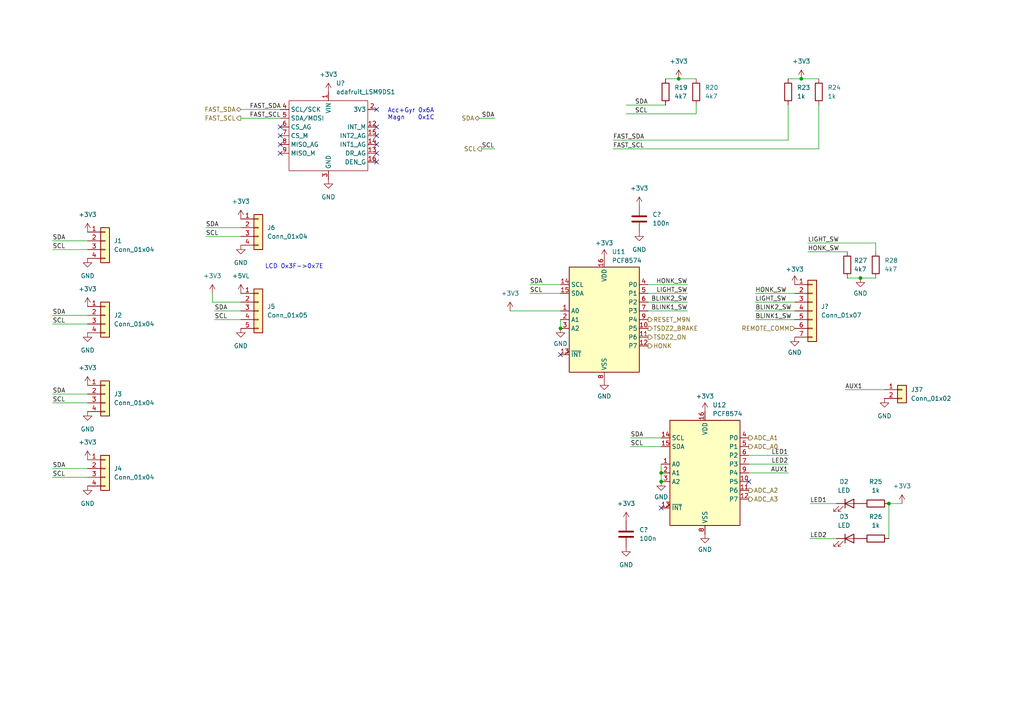
<source format=kicad_sch>
(kicad_sch (version 20230121) (generator eeschema)
  (paper "A4")
  (lib_symbols
    (symbol "Connector_Generic:Conn_01x02" (pin_names (offset 1.016) hide)
      (property "Reference" "J" (at 0 2.54 0))
      (property "Value" "Conn_01x02" (at 0 -5.08 0))
      (symbol "Conn_01x02_1_1"
        (rectangle (start -1.27 -2.413) (end 0 -2.667) (stroke (width 0.1524)))
        (rectangle (start -1.27 0.127) (end 0 -0.127) (stroke (width 0.1524)))
        (rectangle (start -1.27 1.27) (end 1.27 -3.81) (stroke (width 0.254)) (fill (type background)))
        (pin passive line (at -5.08 0 0) (length 3.81) (name "Pin_1") (number "1"))
        (pin passive line (at -5.08 -2.54 0) (length 3.81) (name "Pin_2") (number "2"))
      )
    )
    (symbol "Connector_Generic:Conn_01x04" (pin_names (offset 1.016) hide)
      (property "Reference" "J" (at 0 5.08 0))
      (property "Value" "Conn_01x04" (at 0 -7.62 0))
      (symbol "Conn_01x04_1_1"
        (rectangle (start -1.27 -4.953) (end 0 -5.207) (stroke (width 0.1524)))
        (rectangle (start -1.27 -2.413) (end 0 -2.667) (stroke (width 0.1524)))
        (rectangle (start -1.27 0.127) (end 0 -0.127) (stroke (width 0.1524)))
        (rectangle (start -1.27 2.667) (end 0 2.413) (stroke (width 0.1524)))
        (rectangle (start -1.27 3.81) (end 1.27 -6.35) (stroke (width 0.254)) (fill (type background)))
        (pin passive line (at -5.08 2.54 0) (length 3.81) (name "Pin_1") (number "1"))
        (pin passive line (at -5.08 0 0) (length 3.81) (name "Pin_2") (number "2"))
        (pin passive line (at -5.08 -2.54 0) (length 3.81) (name "Pin_3") (number "3"))
        (pin passive line (at -5.08 -5.08 0) (length 3.81) (name "Pin_4") (number "4"))
      )
    )
    (symbol "Connector_Generic:Conn_01x05" (pin_names (offset 1.016) hide)
      (property "Reference" "J" (at 0 7.62 0))
      (property "Value" "Conn_01x05" (at 0 -7.62 0))
      (symbol "Conn_01x05_1_1"
        (rectangle (start -1.27 -4.953) (end 0 -5.207) (stroke (width 0.1524)))
        (rectangle (start -1.27 -2.413) (end 0 -2.667) (stroke (width 0.1524)))
        (rectangle (start -1.27 0.127) (end 0 -0.127) (stroke (width 0.1524)))
        (rectangle (start -1.27 2.667) (end 0 2.413) (stroke (width 0.1524)))
        (rectangle (start -1.27 5.207) (end 0 4.953) (stroke (width 0.1524)))
        (rectangle (start -1.27 6.35) (end 1.27 -6.35) (stroke (width 0.254)) (fill (type background)))
        (pin passive line (at -5.08 5.08 0) (length 3.81) (name "Pin_1") (number "1"))
        (pin passive line (at -5.08 2.54 0) (length 3.81) (name "Pin_2") (number "2"))
        (pin passive line (at -5.08 0 0) (length 3.81) (name "Pin_3") (number "3"))
        (pin passive line (at -5.08 -2.54 0) (length 3.81) (name "Pin_4") (number "4"))
        (pin passive line (at -5.08 -5.08 0) (length 3.81) (name "Pin_5") (number "5"))
      )
    )
    (symbol "Connector_Generic:Conn_01x07" (pin_names (offset 1.016) hide)
      (property "Reference" "J" (at 0 10.16 0))
      (property "Value" "Conn_01x07" (at 0 -10.16 0))
      (symbol "Conn_01x07_1_1"
        (rectangle (start -1.27 -7.493) (end 0 -7.747) (stroke (width 0.1524)))
        (rectangle (start -1.27 -4.953) (end 0 -5.207) (stroke (width 0.1524)))
        (rectangle (start -1.27 -2.413) (end 0 -2.667) (stroke (width 0.1524)))
        (rectangle (start -1.27 0.127) (end 0 -0.127) (stroke (width 0.1524)))
        (rectangle (start -1.27 2.667) (end 0 2.413) (stroke (width 0.1524)))
        (rectangle (start -1.27 5.207) (end 0 4.953) (stroke (width 0.1524)))
        (rectangle (start -1.27 7.747) (end 0 7.493) (stroke (width 0.1524)))
        (rectangle (start -1.27 8.89) (end 1.27 -8.89) (stroke (width 0.254)) (fill (type background)))
        (pin passive line (at -5.08 7.62 0) (length 3.81) (name "Pin_1") (number "1"))
        (pin passive line (at -5.08 5.08 0) (length 3.81) (name "Pin_2") (number "2"))
        (pin passive line (at -5.08 2.54 0) (length 3.81) (name "Pin_3") (number "3"))
        (pin passive line (at -5.08 0 0) (length 3.81) (name "Pin_4") (number "4"))
        (pin passive line (at -5.08 -2.54 0) (length 3.81) (name "Pin_5") (number "5"))
        (pin passive line (at -5.08 -5.08 0) (length 3.81) (name "Pin_6") (number "6"))
        (pin passive line (at -5.08 -7.62 0) (length 3.81) (name "Pin_7") (number "7"))
      )
    )
    (symbol "Device:C" (pin_numbers hide) (pin_names (offset 0.254))
      (property "Reference" "C" (at 0.635 2.54 0))
      (property "Value" "C" (at 0.635 -2.54 0))
      (symbol "C_0_1"
        (polyline (pts (xy -2.032 -0.762) (xy 2.032 -0.762)) (stroke (width 0.508)))
        (polyline (pts (xy -2.032 0.762) (xy 2.032 0.762)) (stroke (width 0.508)))
      )
      (symbol "C_1_1"
        (pin passive line (at 0 3.81 270) (length 2.794) (name "~") (number "1"))
        (pin passive line (at 0 -3.81 90) (length 2.794) (name "~") (number "2"))
      )
    )
    (symbol "Device:LED" (pin_numbers hide) (pin_names (offset 1.016) hide)
      (property "Reference" "D" (at 0 2.54 0))
      (property "Value" "LED" (at 0 -2.54 0))
      (symbol "LED_0_1"
        (polyline (pts (xy -1.27 -1.27) (xy -1.27 1.27)) (stroke (width 0.254)))
        (polyline (pts (xy -1.27 0) (xy 1.27 0)))
        (polyline (pts (xy 1.27 -1.27) (xy 1.27 1.27) (xy -1.27 0) (xy 1.27 -1.27)) (stroke (width 0.254)))
        (polyline (pts (xy -3.048 -0.762) (xy -4.572 -2.286) (xy -3.81 -2.286) (xy -4.572 -2.286) (xy -4.572 -1.524)))
        (polyline (pts (xy -1.778 -0.762) (xy -3.302 -2.286) (xy -2.54 -2.286) (xy -3.302 -2.286) (xy -3.302 -1.524)))
      )
      (symbol "LED_1_1"
        (pin passive line (at -3.81 0 0) (length 2.54) (name "K") (number "1"))
        (pin passive line (at 3.81 0 180) (length 2.54) (name "A") (number "2"))
      )
    )
    (symbol "Device:R" (pin_numbers hide) (pin_names (offset 0))
      (property "Reference" "R" (at 2.032 0 90))
      (property "Value" "R" (at 0 0 90))
      (symbol "R_0_1"
        (rectangle (start -1.016 -2.54) (end 1.016 2.54) (stroke (width 0.254)))
      )
      (symbol "R_1_1"
        (pin passive line (at 0 3.81 270) (length 1.27) (name "~") (number "1"))
        (pin passive line (at 0 -3.81 90) (length 1.27) (name "~") (number "2"))
      )
    )
    (symbol "Interface_Expansion:PCF8574"
      (property "Reference" "U" (at -8.89 16.51 0))
      (property "Value" "PCF8574" (at 2.54 16.51 0))
      (symbol "PCF8574_0_1"
        (rectangle (start -10.16 15.24) (end 10.16 -15.24) (stroke (width 0.254)) (fill (type background)))
      )
      (symbol "PCF8574_1_1"
        (pin input line (at -12.7 2.54 0) (length 2.54) (name "A0") (number "1"))
        (pin bidirectional line (at 12.7 -2.54 180) (length 2.54) (name "P5") (number "10"))
        (pin bidirectional line (at 12.7 -5.08 180) (length 2.54) (name "P6") (number "11"))
        (pin bidirectional line (at 12.7 -7.62 180) (length 2.54) (name "P7") (number "12"))
        (pin open_collector output_low (at -12.7 -10.16 0) (length 2.54) (name "~{INT}") (number "13"))
        (pin input line (at -12.7 10.16 0) (length 2.54) (name "SCL") (number "14"))
        (pin bidirectional line (at -12.7 7.62 0) (length 2.54) (name "SDA") (number "15"))
        (pin power_in line (at 0 17.78 270) (length 2.54) (name "VDD") (number "16"))
        (pin input line (at -12.7 0 0) (length 2.54) (name "A1") (number "2"))
        (pin input line (at -12.7 -2.54 0) (length 2.54) (name "A2") (number "3"))
        (pin bidirectional line (at 12.7 10.16 180) (length 2.54) (name "P0") (number "4"))
        (pin bidirectional line (at 12.7 7.62 180) (length 2.54) (name "P1") (number "5"))
        (pin bidirectional line (at 12.7 5.08 180) (length 2.54) (name "P2") (number "6"))
        (pin bidirectional line (at 12.7 2.54 180) (length 2.54) (name "P3") (number "7"))
        (pin power_in line (at 0 -17.78 90) (length 2.54) (name "VSS") (number "8"))
        (pin bidirectional line (at 12.7 0 180) (length 2.54) (name "P4") (number "9"))
      )
    )
    (symbol "additional:adafruit_LSM9DS1"
      (property "Reference" "U" (at 0 2.54 0))
      (property "Value" "adafruit_LSM9DS1" (at -11.43 -10.16 0))
      (symbol "adafruit_LSM9DS1_0_1"
        (rectangle (start -11.43 11.43) (end 11.43 -8.89))
      )
      (symbol "adafruit_LSM9DS1_1_1"
        (pin power_in line (at 0 13.97 270) (length 2.54) (name "VIN") (number "1"))
        (pin output line (at 13.97 3.81 180) (length 2.54) (name "INT_M") (number "12"))
        (pin output line (at 13.97 -3.81 180) (length 2.54) (name "DR_AG") (number "13"))
        (pin output line (at 13.97 -1.27 180) (length 2.54) (name "INT1_AG") (number "14"))
        (pin output line (at 13.97 1.27 180) (length 2.54) (name "INT2_AG") (number "15"))
        (pin output line (at 13.97 -6.35 180) (length 2.54) (name "DEN_G") (number "16"))
        (pin power_out line (at 13.97 8.89 180) (length 2.54) (name "3V3") (number "2"))
        (pin power_in line (at 0 -11.43 90) (length 2.54) (name "GND") (number "3"))
        (pin input line (at -13.97 8.89 0) (length 2.54) (name "SCL/SCK") (number "4"))
        (pin bidirectional line (at -13.97 6.35 0) (length 2.54) (name "SDA/MOSI") (number "5"))
        (pin input line (at -13.97 3.81 0) (length 2.54) (name "CS_AG") (number "6"))
        (pin input line (at -13.97 1.27 0) (length 2.54) (name "CS_M") (number "7"))
        (pin bidirectional line (at -13.97 -1.27 0) (length 2.54) (name "MISO_AG") (number "8"))
        (pin bidirectional line (at -13.97 -3.81 0) (length 2.54) (name "MISO_M") (number "9"))
      )
    )
    (symbol "power:+3V3" (power) (pin_names (offset 0))
      (property "Value" "+3V3" (at 0 3.556 0))
      (symbol "+3V3_0_1"
        (polyline (pts (xy -0.762 1.27) (xy 0 2.54)))
        (polyline (pts (xy 0 0) (xy 0 2.54)))
        (polyline (pts (xy 0 2.54) (xy 0.762 1.27)))
      )
      (symbol "+3V3_1_1"
        (pin power_in line (at 0 0 90) (length 0) hide (name "+3V3") (number "1"))
      )
    )
    (symbol "power:+5VL" (power) (pin_names (offset 0))
      (property "Value" "+5VL" (at 0 3.556 0))
      (symbol "+5VL_0_1"
        (polyline (pts (xy -0.762 1.27) (xy 0 2.54)))
        (polyline (pts (xy 0 0) (xy 0 2.54)))
        (polyline (pts (xy 0 2.54) (xy 0.762 1.27)))
      )
      (symbol "+5VL_1_1"
        (pin power_in line (at 0 0 90) (length 0) hide (name "+5VL") (number "1"))
      )
    )
    (symbol "power:GND" (power) (pin_names (offset 0))
      (property "Value" "GND" (at 0 -3.81 0))
      (symbol "GND_0_1"
        (polyline (pts (xy 0 0) (xy 0 -1.27) (xy 1.27 -1.27) (xy 0 -2.54) (xy -1.27 -1.27) (xy 0 -1.27)))
      )
      (symbol "GND_1_1"
        (pin power_in line (at 0 0 270) (length 0) hide (name "GND") (number "1"))
      )
    )
  )
  (junction (at 191.77 139.7))
  (junction (at 249.555 80.645))
  (junction (at 257.81 146.05))
  (junction (at 191.77 137.16))
  (junction (at 196.85 22.86))
  (junction (at 232.41 22.86))
  (junction (at 162.56 95.25))
  (no_connect (at 217.17 139.7))
  (no_connect (at 81.28 44.45))
  (no_connect (at 109.22 36.83))
  (no_connect (at 109.22 41.91))
  (no_connect (at 162.56 102.87))
  (no_connect (at 191.77 147.32))
  (no_connect (at 109.22 31.75))
  (no_connect (at 109.22 46.99))
  (no_connect (at 81.28 41.91))
  (no_connect (at 81.28 39.37))
  (no_connect (at 109.22 44.45))
  (no_connect (at 109.22 39.37))
  (no_connect (at 81.28 36.83))
  (wire (pts (xy 234.315 70.485) (xy 254 70.485)))
  (wire (pts (xy 153.67 85.09) (xy 162.56 85.09)))
  (wire (pts (xy 256.54 113.03) (xy 245.11 113.03)))
  (wire (pts (xy 245.745 73.025) (xy 234.315 73.025)))
  (wire (pts (xy 62.23 92.71) (xy 69.85 92.71)))
  (wire (pts (xy 217.17 132.08) (xy 228.6 132.08)))
  (wire (pts (xy 182.88 127) (xy 191.77 127)))
  (wire (pts (xy 193.04 22.86) (xy 196.85 22.86)))
  (wire (pts (xy 254 70.485) (xy 254 73.025)))
  (wire (pts (xy 15.24 93.98) (xy 25.4 93.98)))
  (wire (pts (xy 139.065 34.29) (xy 143.51 34.29)))
  (wire (pts (xy 257.81 146.05) (xy 261.62 146.05)))
  (wire (pts (xy 249.555 80.645) (xy 254 80.645)))
  (wire (pts (xy 181.61 30.48) (xy 193.04 30.48)))
  (wire (pts (xy 187.96 85.09) (xy 199.39 85.09)))
  (wire (pts (xy 237.49 30.48) (xy 237.49 43.18)))
  (wire (pts (xy 15.24 91.44) (xy 25.4 91.44)))
  (wire (pts (xy 245.745 80.645) (xy 249.555 80.645)))
  (wire (pts (xy 242.57 146.05) (xy 234.95 146.05)))
  (wire (pts (xy 201.93 30.48) (xy 201.93 33.02)))
  (wire (pts (xy 230.505 85.09) (xy 219.075 85.09)))
  (wire (pts (xy 181.61 33.02) (xy 201.93 33.02)))
  (wire (pts (xy 191.77 137.16) (xy 191.77 139.7)))
  (wire (pts (xy 242.57 156.21) (xy 234.95 156.21)))
  (wire (pts (xy 15.24 114.3) (xy 25.4 114.3)))
  (wire (pts (xy 228.6 30.48) (xy 228.6 40.64)))
  (wire (pts (xy 15.24 72.39) (xy 25.4 72.39)))
  (wire (pts (xy 15.24 116.84) (xy 25.4 116.84)))
  (wire (pts (xy 62.23 90.17) (xy 69.85 90.17)))
  (wire (pts (xy 187.96 87.63) (xy 199.39 87.63)))
  (wire (pts (xy 147.955 90.17) (xy 162.56 90.17)))
  (wire (pts (xy 15.24 135.89) (xy 25.4 135.89)))
  (wire (pts (xy 177.8 40.64) (xy 228.6 40.64)))
  (wire (pts (xy 153.67 82.55) (xy 162.56 82.55)))
  (wire (pts (xy 217.17 134.62) (xy 228.6 134.62)))
  (wire (pts (xy 230.505 87.63) (xy 219.075 87.63)))
  (wire (pts (xy 230.505 92.71) (xy 219.075 92.71)))
  (wire (pts (xy 257.81 146.05) (xy 257.81 156.21)))
  (wire (pts (xy 232.41 22.86) (xy 237.49 22.86)))
  (wire (pts (xy 61.595 85.09) (xy 61.595 87.63)))
  (wire (pts (xy 187.96 82.55) (xy 199.39 82.55)))
  (wire (pts (xy 162.56 92.71) (xy 162.56 95.25)))
  (wire (pts (xy 187.96 90.17) (xy 199.39 90.17)))
  (wire (pts (xy 15.24 69.85) (xy 25.4 69.85)))
  (wire (pts (xy 59.69 68.58) (xy 69.85 68.58)))
  (wire (pts (xy 217.17 137.16) (xy 228.6 137.16)))
  (wire (pts (xy 69.85 87.63) (xy 61.595 87.63)))
  (wire (pts (xy 139.7 43.18) (xy 143.51 43.18)))
  (wire (pts (xy 15.24 138.43) (xy 25.4 138.43)))
  (wire (pts (xy 196.85 22.86) (xy 201.93 22.86)))
  (wire (pts (xy 182.88 129.54) (xy 191.77 129.54)))
  (wire (pts (xy 59.69 66.04) (xy 69.85 66.04)))
  (wire (pts (xy 69.85 31.75) (xy 81.28 31.75)))
  (wire (pts (xy 69.85 34.29) (xy 81.28 34.29)))
  (wire (pts (xy 228.6 22.86) (xy 232.41 22.86)))
  (wire (pts (xy 177.8 43.18) (xy 237.49 43.18)))
  (wire (pts (xy 230.505 90.17) (xy 219.075 90.17)))
  (wire (pts (xy 191.77 134.62) (xy 191.77 137.16)))
  (text "LCD 0x3F->0x7E\n" (at 76.835 78.105 0) (effects (font (size 1.27 1.27)) (justify left bottom)))
  (text "Acc+Gyr 0x6A\nMagn    0x1C" (at 112.395 34.925 0) (effects (font (size 1.27 1.27)) (justify left bottom)))
  (label "FAST_SCL" (at 177.8 43.18 0))
  (label "SDA" (at 62.23 90.17 0))
  (label "SCL" (at 153.67 85.09 0))
  (label "SCL" (at 15.24 116.84 0))
  (label "SCL" (at 15.24 93.98 0))
  (label "FAST_SCL" (at 72.39 34.29 0))
  (label "LED2" (at 234.95 156.21 0))
  (label "LED1" (at 234.95 146.05 0))
  (label "LIGHT_SW" (at 234.315 70.485 0))
  (label "LIGHT_SW" (at 199.39 85.09 180))
  (label "SCL" (at 15.24 72.39 0))
  (label "SDA" (at 15.24 91.44 0))
  (label "FAST_SDA" (at 177.8 40.64 0))
  (label "SDA" (at 59.69 66.04 0))
  (label "SCL" (at 59.69 68.58 0))
  (label "LIGHT_SW" (at 219.075 87.63 0))
  (label "SCL" (at 184.15 33.02 0))
  (label "LED2" (at 228.6 134.62 180))
  (label "SDA" (at 15.24 114.3 0))
  (label "AUX1" (at 245.11 113.03 0))
  (label "SCL" (at 62.23 92.71 0))
  (label "LED1" (at 228.6 132.08 180))
  (label "BLINK1_SW" (at 199.39 90.17 180))
  (label "SDA" (at 182.88 127 0))
  (label "SCL" (at 15.24 138.43 0))
  (label "SDA" (at 139.7 34.29 0))
  (label "FAST_SDA" (at 72.39 31.75 0))
  (label "BLINK2_SW" (at 219.075 90.17 0))
  (label "HONK_SW" (at 199.39 82.55 180))
  (label "SDA" (at 153.67 82.55 0))
  (label "SDA" (at 15.24 135.89 0))
  (label "SDA" (at 184.15 30.48 0))
  (label "SCL" (at 139.7 43.18 0))
  (label "AUX1" (at 228.6 137.16 180))
  (label "SCL" (at 182.88 129.54 0))
  (label "BLINK2_SW" (at 199.39 87.63 180))
  (label "HONK_SW" (at 219.075 85.09 0))
  (label "SDA" (at 15.24 69.85 0))
  (label "BLINK1_SW" (at 219.075 92.71 0))
  (label "HONK_SW" (at 234.315 73.025 0))
  (hierarchical_label "ADC_A2" (shape output) (at 217.17 142.24 0))
  (hierarchical_label "FAST_SDA" (shape bidirectional) (at 69.85 31.75 180))
  (hierarchical_label "SDA" (shape bidirectional) (at 139.065 34.29 180))
  (hierarchical_label "SCL" (shape output) (at 139.7 43.18 180))
  (hierarchical_label "FAST_SCL" (shape output) (at 69.85 34.29 180))
  (hierarchical_label "RESET_M9N" (shape output) (at 187.96 92.71 0))
  (hierarchical_label "ADC_A1" (shape output) (at 217.17 127 0))
  (hierarchical_label "TSDZ2_ON" (shape output) (at 187.96 97.79 0))
  (hierarchical_label "REMOTE_COMM" (shape input) (at 230.505 95.25 180))
  (hierarchical_label "HONK" (shape output) (at 187.96 100.33 0))
  (hierarchical_label "ADC_A0" (shape output) (at 217.17 129.54 0))
  (hierarchical_label "TSDZ2_BRAKE" (shape output) (at 187.96 95.25 0))
  (hierarchical_label "ADC_A3" (shape output) (at 217.17 144.78 0))
  (symbol (lib_id "power:GND") (at 249.555 80.645 0) (unit 1)
    (property "Reference" "#PWR0162" (effects hide))
    (property "Value" "GND" (at 249.555 85.09 0))
  )
  (symbol (lib_id "power:+3V3") (at 204.47 119.38 0) (unit 1)
    (property "Reference" "#PWR0150" (effects hide))
    (property "Value" "+3V3" (at 204.47 114.935 0))
  )
  (symbol (lib_id "Device:R") (at 228.6 26.67 0) (unit 1)
    (property "Reference" "R23" (at 231.14 25.4 0) (effects (justify left)))
    (property "Value" "1k" (at 231.14 27.94 0) (effects (justify left)))
    (property "Footprint" "Resistor_SMD:R_1206_3216Metric" (effects hide))
    (property "mouser" " 603-AC1206FR-101KL " (effects hide))
  )
  (symbol (lib_id "power:+3V3") (at 232.41 22.86 0) (unit 1)
    (property "Reference" "#PWR0155" (effects hide))
    (property "Value" "+3V3" (at 232.41 17.78 0))
  )
  (symbol (lib_id "power:+3V3") (at 261.62 146.05 0) (unit 1)
    (property "Reference" "#PWR0156" (effects hide))
    (property "Value" "+3V3" (at 261.62 140.97 0))
  )
  (symbol (lib_id "power:+3V3") (at 25.4 111.76 0) (unit 1)
    (property "Reference" "#PWR?" (effects hide))
    (property "Value" "+3V3" (at 25.4 106.68 0))
    (instances (project "main-board" (path "" (reference "#PWR?") (unit 1)) (path "" (reference "#PWR?") (unit 1)) (path "" (reference "#PWR0119") (unit 1))))
  )
  (symbol (lib_id "power:GND") (at 256.54 115.57 0) (unit 1)
    (property "Reference" "#PWR0161" (effects hide))
    (property "Value" "GND" (at 256.54 120.65 0))
  )
  (symbol (lib_id "power:+3V3") (at 147.955 90.17 0) (unit 1)
    (property "Reference" "#PWR069" (effects hide))
    (property "Value" "+3V3" (at 147.955 85.09 0))
  )
  (symbol (lib_id "Device:R") (at 193.04 26.67 0) (unit 1)
    (property "Reference" "R19" (at 195.58 25.4 0) (effects (justify left)))
    (property "Value" "4k7" (at 195.58 27.94 0) (effects (justify left)))
    (property "Footprint" "Resistor_SMD:R_1206_3216Metric" (effects hide))
    (property "mouser" " 791-WR12X4701FTL " (effects hide))
  )
  (symbol (lib_id "power:GND") (at 69.85 71.12 0) (unit 1)
    (property "Reference" "#PWR?" (effects hide))
    (property "Value" "GND" (at 69.85 76.2 0))
    (instances (project "main-board" (path "" (reference "#PWR?") (unit 1)) (path "" (reference "#PWR?") (unit 1)) (path "" (reference "#PWR0123") (unit 1))))
  )
  (symbol (lib_id "power:+3V3") (at 25.4 67.31 0) (unit 1)
    (property "Reference" "#PWR?" (effects hide))
    (property "Value" "+3V3" (at 25.4 62.23 0))
    (instances (project "main-board" (path "" (reference "#PWR?") (unit 1)) (path "" (reference "#PWR?") (unit 1)) (path "" (reference "#PWR0115") (unit 1))))
  )
  (symbol (lib_id "power:GND") (at 95.25 52.07 0) (unit 1)
    (property "Reference" "#PWR?" (effects hide))
    (property "Value" "GND" (at 95.25 57.15 0))
    (instances (project "main-board" (path "" (reference "#PWR?") (unit 1)) (path "" (reference "#PWR?") (unit 1)) (path "" (reference "#PWR0133") (unit 1))))
  )
  (symbol (lib_id "Connector_Generic:Conn_01x04") (at 30.48 135.89 0) (unit 1)
    (property "Reference" "J4" (at 33.02 135.89 0) (effects (justify left)))
    (property "Value" "Conn_01x04" (at 33.02 138.43 0) (effects (justify left)))
    (property "Footprint" "Connector_JST:JST_XH_B4B-XH-A_1x04_P2.50mm_Vertical" (effects hide))
  )
  (symbol (lib_id "power:GND") (at 175.26 110.49 0) (unit 1)
    (property "Reference" "#PWR0142" (effects hide))
    (property "Value" "GND" (at 175.26 114.935 0))
  )
  (symbol (lib_id "power:GND") (at 25.4 140.97 0) (unit 1)
    (property "Reference" "#PWR?" (effects hide))
    (property "Value" "GND" (at 25.4 146.05 0))
    (instances (project "main-board" (path "" (reference "#PWR?") (unit 1)) (path "" (reference "#PWR?") (unit 1)) (path "" (reference "#PWR0122") (unit 1))))
  )
  (symbol (lib_id "power:GND") (at 162.56 95.25 0) (unit 1)
    (property "Reference" "#PWR0140" (effects hide))
    (property "Value" "GND" (at 162.56 99.695 0))
  )
  (symbol (lib_id "Device:LED") (at 246.38 146.05 0) (unit 1)
    (property "Reference" "D2" (at 244.7925 139.7 0))
    (property "Value" "LED" (at 244.7925 142.24 0))
    (property "Footprint" "LED_SMD:LED_1206_3216Metric" (effects hide))
    (property "mouser" " 710-156120RS75300 " (effects hide))
  )
  (symbol (lib_id "power:+3V3") (at 181.61 151.13 0) (unit 1)
    (property "Reference" "#PWR?" (effects hide))
    (property "Value" "+3V3" (at 181.61 146.05 0))
    (instances (project "main-board" (path "" (reference "#PWR?") (unit 1)) (path "" (reference "#PWR0144") (unit 1))))
  )
  (symbol (lib_id "power:GND") (at 185.42 67.31 0) (unit 1)
    (property "Reference" "#PWR?" (effects hide))
    (property "Value" "GND" (at 185.42 72.39 0))
    (instances (project "main-board" (path "" (reference "#PWR?") (unit 1)) (path "" (reference "#PWR0147") (unit 1))))
  )
  (symbol (lib_id "Device:R") (at 254 156.21 90) (unit 1)
    (property "Reference" "R26" (at 254 149.86 90))
    (property "Value" "1k" (at 254 152.4 90))
    (property "Footprint" "Resistor_SMD:R_1206_3216Metric" (effects hide))
    (property "mouser" " 603-AC1206FR-101KL " (effects hide))
  )
  (symbol (lib_id "Interface_Expansion:PCF8574") (at 175.26 92.71 0) (unit 1)
    (property "Reference" "U11" (at 177.4541 73.025 0) (effects (justify left)))
    (property "Value" "PCF8574" (at 177.4541 75.565 0) (effects (justify left)))
    (property "Footprint" "Package_SO:SOIC-16W_7.5x10.3mm_P1.27mm" (effects hide))
    (property "Datasheet" "http://www.nxp.com/docs/en/data-sheet/PCF8574_PCF8574A.pdf" (effects hide))
    (property "mouser" " 771-PCF8574ATD-T " (effects hide))
  )
  (symbol (lib_id "power:+3V3") (at 185.42 59.69 0) (unit 1)
    (property "Reference" "#PWR?" (effects hide))
    (property "Value" "+3V3" (at 185.42 54.61 0))
    (instances (project "main-board" (path "" (reference "#PWR?") (unit 1)) (path "" (reference "#PWR0146") (unit 1))))
  )
  (symbol (lib_id "Device:R") (at 201.93 26.67 0) (unit 1)
    (property "Reference" "R20" (at 204.47 25.4 0) (effects (justify left)))
    (property "Value" "4k7" (at 204.47 27.94 0) (effects (justify left)))
    (property "Footprint" "Resistor_SMD:R_1206_3216Metric" (effects hide))
    (property "mouser" " 791-WR12X4701FTL " (effects hide))
  )
  (symbol (lib_id "Interface_Expansion:PCF8574") (at 204.47 137.16 0) (unit 1)
    (property "Reference" "U12" (at 206.6641 117.475 0) (effects (justify left)))
    (property "Value" "PCF8574" (at 206.6641 120.015 0) (effects (justify left)))
    (property "Footprint" "Package_SO:SOIC-16W_7.5x10.3mm_P1.27mm" (effects hide))
    (property "Datasheet" "http://www.nxp.com/docs/en/data-sheet/PCF8574_PCF8574A.pdf" (effects hide))
    (property "mouser" " 771-PCF8574ATD-T " (effects hide))
  )
  (symbol (lib_id "power:GND") (at 69.85 95.25 0) (unit 1)
    (property "Reference" "#PWR?" (effects hide))
    (property "Value" "GND" (at 69.85 100.33 0))
    (instances (project "main-board" (path "" (reference "#PWR?") (unit 1)) (path "" (reference "#PWR0126") (unit 1))))
  )
  (symbol (lib_id "Connector_Generic:Conn_01x02") (at 261.62 113.03 0) (unit 1)
    (property "Reference" "J37" (at 264.16 113.03 0) (effects (justify left)))
    (property "Value" "Conn_01x02" (at 264.16 115.57 0) (effects (justify left)))
    (property "Footprint" "Connector_JST:JST_XH_B2B-XH-A_1x02_P2.50mm_Vertical" (effects hide))
  )
  (symbol (lib_id "power:GND") (at 181.61 158.75 0) (unit 1)
    (property "Reference" "#PWR?" (effects hide))
    (property "Value" "GND" (at 181.61 163.83 0))
    (instances (project "main-board" (path "" (reference "#PWR?") (unit 1)) (path "" (reference "#PWR0145") (unit 1))))
  )
  (symbol (lib_id "Connector_Generic:Conn_01x04") (at 30.48 69.85 0) (unit 1)
    (property "Reference" "J1" (at 33.02 69.85 0) (effects (justify left)))
    (property "Value" "Conn_01x04" (at 33.02 72.39 0) (effects (justify left)))
    (property "Footprint" "Connector_JST:JST_XH_B4B-XH-A_1x04_P2.50mm_Vertical" (effects hide))
  )
  (symbol (lib_id "Connector_Generic:Conn_01x04") (at 30.48 91.44 0) (unit 1)
    (property "Reference" "J2" (at 33.02 91.44 0) (effects (justify left)))
    (property "Value" "Conn_01x04" (at 33.02 93.98 0) (effects (justify left)))
    (property "Footprint" "Connector_JST:JST_XH_B4B-XH-A_1x04_P2.50mm_Vertical" (effects hide))
  )
  (symbol (lib_id "power:GND") (at 25.4 119.38 0) (unit 1)
    (property "Reference" "#PWR?" (effects hide))
    (property "Value" "GND" (at 25.4 124.46 0))
    (instances (project "main-board" (path "" (reference "#PWR?") (unit 1)) (path "" (reference "#PWR?") (unit 1)) (path "" (reference "#PWR0120") (unit 1))))
  )
  (symbol (lib_id "Device:R") (at 254 146.05 90) (unit 1)
    (property "Reference" "R25" (at 254 139.7 90))
    (property "Value" "1k" (at 254 142.24 90))
    (property "Footprint" "Resistor_SMD:R_1206_3216Metric" (effects hide))
    (property "mouser" " 603-AC1206FR-101KL " (effects hide))
  )
  (symbol (lib_id "Device:C") (at 181.61 154.94 0) (unit 1)
    (property "Reference" "C?" (at 185.42 153.67 0) (effects (justify left)))
    (property "Value" "100n" (at 185.42 156.21 0) (effects (justify left)))
    (property "Footprint" "Capacitor_SMD:C_1206_3216Metric" (effects hide))
    (property "mouser" " 80-C1206C104K5R " (effects hide))
    (instances (project "main-board" (path "" (reference "C?") (unit 1)) (path "" (reference "C21") (unit 1))))
  )
  (symbol (lib_id "power:+3V3") (at 95.25 26.67 0) (unit 1)
    (property "Reference" "#PWR?" (effects hide))
    (property "Value" "+3V3" (at 95.25 21.59 0))
    (instances (project "main-board" (path "" (reference "#PWR?") (unit 1)) (path "" (reference "#PWR?") (unit 1)) (path "" (reference "#PWR0132") (unit 1))))
  )
  (symbol (lib_id "Connector_Generic:Conn_01x04") (at 74.93 66.04 0) (unit 1)
    (property "Reference" "J6" (at 77.47 66.04 0) (effects (justify left)))
    (property "Value" "Conn_01x04" (at 77.47 68.58 0) (effects (justify left)))
    (property "Footprint" "Connector_JST:JST_XH_B4B-XH-A_1x04_P2.50mm_Vertical" (effects hide))
  )
  (symbol (lib_id "power:GND") (at 25.4 96.52 0) (unit 1)
    (property "Reference" "#PWR?" (effects hide))
    (property "Value" "GND" (at 25.4 101.6 0))
    (instances (project "main-board" (path "" (reference "#PWR?") (unit 1)) (path "" (reference "#PWR?") (unit 1)) (path "" (reference "#PWR0118") (unit 1))))
  )
  (symbol (lib_id "power:+3V3") (at 25.4 133.35 0) (unit 1)
    (property "Reference" "#PWR?" (effects hide))
    (property "Value" "+3V3" (at 25.4 128.27 0))
    (instances (project "main-board" (path "" (reference "#PWR?") (unit 1)) (path "" (reference "#PWR?") (unit 1)) (path "" (reference "#PWR0121") (unit 1))))
  )
  (symbol (lib_id "power:GND") (at 230.505 97.79 0) (unit 1)
    (property "Reference" "#PWR?" (effects hide))
    (property "Value" "GND" (at 230.505 102.235 0))
    (instances (project "main-board" (path "" (reference "#PWR?") (unit 1)) (path "" (reference "#PWR0154") (unit 1))))
  )
  (symbol (lib_id "power:+3V3") (at 196.85 22.86 0) (unit 1)
    (property "Reference" "#PWR0149" (effects hide))
    (property "Value" "+3V3" (at 196.85 17.78 0))
  )
  (symbol (lib_id "power:+5VL") (at 69.85 85.09 0) (unit 1)
    (property "Reference" "#PWR?" (effects hide))
    (property "Value" "+5VL" (at 69.85 80.01 0))
    (instances (project "main-board" (path "" (reference "#PWR?") (unit 1)) (path "" (reference "#PWR0125") (unit 1))))
  )
  (symbol (lib_id "power:+3V3") (at 69.85 63.5 0) (unit 1)
    (property "Reference" "#PWR?" (effects hide))
    (property "Value" "+3V3" (at 69.85 58.42 0))
    (instances (project "main-board" (path "" (reference "#PWR?") (unit 1)) (path "" (reference "#PWR?") (unit 1)) (path "" (reference "#PWR037") (unit 1))))
  )
  (symbol (lib_id "power:GND") (at 25.4 74.93 0) (unit 1)
    (property "Reference" "#PWR?" (effects hide))
    (property "Value" "GND" (at 25.4 80.01 0))
    (instances (project "main-board" (path "" (reference "#PWR?") (unit 1)) (path "" (reference "#PWR?") (unit 1)) (path "" (reference "#PWR0116") (unit 1))))
  )
  (symbol (lib_id "Connector_Generic:Conn_01x04") (at 30.48 114.3 0) (unit 1)
    (property "Reference" "J3" (at 33.02 114.3 0) (effects (justify left)))
    (property "Value" "Conn_01x04" (at 33.02 116.84 0) (effects (justify left)))
    (property "Footprint" "Connector_JST:JST_XH_B4B-XH-A_1x04_P2.50mm_Vertical" (effects hide))
  )
  (symbol (lib_id "Device:LED") (at 246.38 156.21 0) (unit 1)
    (property "Reference" "D3" (at 244.7925 149.86 0))
    (property "Value" "LED" (at 244.7925 152.4 0))
    (property "Footprint" "LED_SMD:LED_1206_3216Metric" (effects hide))
    (property "mouser" " 710-156120VS75000 " (effects hide))
  )
  (symbol (lib_id "Device:R") (at 245.745 76.835 0) (unit 1)
    (property "Reference" "R27" (at 247.65 75.565 0) (effects (justify left)))
    (property "Value" "4k7" (at 247.65 78.105 0) (effects (justify left)))
    (property "Footprint" "Resistor_SMD:R_1206_3216Metric" (effects hide))
    (property "mouser" " 791-WR12X4701FTL " (effects hide))
  )
  (symbol (lib_id "Device:R") (at 254 76.835 0) (unit 1)
    (property "Reference" "R28" (at 256.54 75.565 0) (effects (justify left)))
    (property "Value" "4k7" (at 256.54 78.105 0) (effects (justify left)))
    (property "Footprint" "Resistor_SMD:R_1206_3216Metric" (effects hide))
    (property "mouser" " 791-WR12X4701FTL " (effects hide))
  )
  (symbol (lib_id "Device:R") (at 237.49 26.67 0) (unit 1)
    (property "Reference" "R24" (at 240.03 25.4 0) (effects (justify left)))
    (property "Value" "1k" (at 240.03 27.94 0) (effects (justify left)))
    (property "Footprint" "Resistor_SMD:R_1206_3216Metric" (effects hide))
    (property "mouser" " 603-AC1206FR-101KL " (effects hide))
  )
  (symbol (lib_id "Device:C") (at 185.42 63.5 0) (unit 1)
    (property "Reference" "C?" (at 189.23 62.23 0) (effects (justify left)))
    (property "Value" "100n" (at 189.23 64.77 0) (effects (justify left)))
    (property "Footprint" "Capacitor_SMD:C_1206_3216Metric" (effects hide))
    (property "mouser" " 80-C1206C104K5R " (effects hide))
    (instances (project "main-board" (path "" (reference "C?") (unit 1)) (path "" (reference "C22") (unit 1))))
  )
  (symbol (lib_id "Connector_Generic:Conn_01x07") (at 235.585 90.17 0) (unit 1)
    (property "Reference" "J?" (at 238.125 88.9 0) (effects (justify left)))
    (property "Value" "Conn_01x07" (at 238.125 91.44 0) (effects (justify left)))
    (property "Footprint" "Connector_JST:JST_XH_B7B-XH-A_1x07_P2.50mm_Vertical" (effects hide))
    (instances (project "main-board" (path "" (reference "J?") (unit 1)) (path "" (reference "J7") (unit 1))))
  )
  (symbol (lib_id "Connector_Generic:Conn_01x05") (at 74.93 90.17 0) (unit 1)
    (property "Reference" "J5" (at 77.47 88.9 0) (effects (justify left)))
    (property "Value" "Conn_01x05" (at 77.47 91.44 0) (effects (justify left)))
    (property "Footprint" "Connector_JST:JST_XH_B5B-XH-A_1x05_P2.50mm_Vertical" (effects hide))
  )
  (symbol (lib_id "power:+3V3") (at 230.505 82.55 0) (unit 1)
    (property "Reference" "#PWR?" (effects hide))
    (property "Value" "+3V3" (at 230.505 78.105 0))
    (instances (project "main-board" (path "" (reference "#PWR?") (unit 1)) (path "" (reference "#PWR0153") (unit 1))))
  )
  (symbol (lib_id "power:GND") (at 204.47 154.94 0) (unit 1)
    (property "Reference" "#PWR0151" (effects hide))
    (property "Value" "GND" (at 204.47 159.385 0))
  )
  (symbol (lib_id "power:GND") (at 191.77 139.7 0) (unit 1)
    (property "Reference" "#PWR0148" (effects hide))
    (property "Value" "GND" (at 191.77 144.145 0))
  )
  (symbol (lib_id "power:+3V3") (at 25.4 88.9 0) (unit 1)
    (property "Reference" "#PWR?" (effects hide))
    (property "Value" "+3V3" (at 25.4 83.82 0))
    (instances (project "main-board" (path "" (reference "#PWR?") (unit 1)) (path "" (reference "#PWR?") (unit 1)) (path "" (reference "#PWR0117") (unit 1))))
  )
  (symbol (lib_id "power:+3V3") (at 61.595 85.09 0) (unit 1)
    (property "Reference" "#PWR035" (effects hide))
    (property "Value" "+3V3" (at 61.595 80.01 0))
  )
  (symbol (lib_id "power:+3V3") (at 175.26 74.93 0) (unit 1)
    (property "Reference" "#PWR0141" (effects hide))
    (property "Value" "+3V3" (at 175.26 70.485 0))
  )
  (symbol (lib_id "additional:adafruit_LSM9DS1") (at 95.25 40.64 0) (unit 1)
    (property "Reference" "U?" (at 97.4441 24.13 0) (effects (justify left)))
    (property "Value" "adafruit_LSM9DS1" (at 97.4441 26.67 0) (effects (justify left)))
    (property "Footprint" "breakboard:lsm9ds1_wo_holes" (effects hide))
    (instances (project "main-board" (path "" (reference "U?") (unit 1)) (path "" (reference "U?") (unit 1)) (path "" (reference "U9") (unit 1))))
  )
)
</source>
